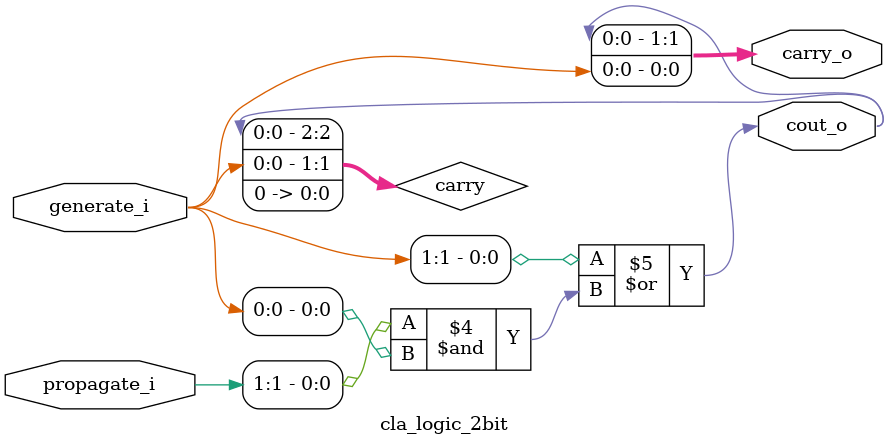
<source format=sv>
module cla_logic_2bit (
    input  logic [1:0] propagate_i, // P signals
    input  logic [1:0] generate_i,  // G signals
    output logic [1:0] carry_o,     // Internal carries
    output logic       cout_o       // Final carry
);
    logic [2:0] carry;

    always_comb begin
        carry[0] = 1'b0; // Initial carry is zero

        // Full CLA formula for 2 bits:
        // C1 = G0 + P0*C0
        carry[1] = generate_i[0] |
                   (propagate_i[0] & carry[0]);

        // C2 = G1 + P1*G0 + P1*P0*C0
        carry[2] = generate_i[1] |
                   (propagate_i[1] & generate_i[0]) |
                   (propagate_i[1] & propagate_i[0] & carry[0]);
    end

    assign carry_o = carry[2:1];
    assign cout_o  = carry[2];
endmodule

</source>
